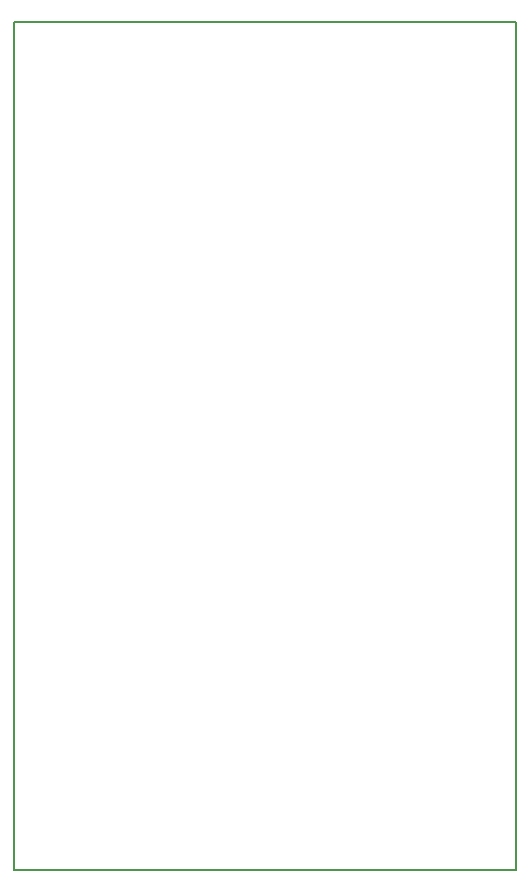
<source format=gko>
G04 #@! TF.FileFunction,Profile,NP*
%FSLAX46Y46*%
G04 Gerber Fmt 4.6, Leading zero omitted, Abs format (unit mm)*
G04 Created by KiCad (PCBNEW 4.0.2-stable) date Sunday, 04 December 2016 'pmt' 11:35:44 pm*
%MOMM*%
G01*
G04 APERTURE LIST*
%ADD10C,0.100000*%
%ADD11C,0.200000*%
G04 APERTURE END LIST*
D10*
D11*
X137160000Y-135255000D02*
X138430000Y-135255000D01*
X137160000Y-63500000D02*
X137160000Y-135255000D01*
X179705000Y-135255000D02*
X178435000Y-135255000D01*
X179705000Y-63500000D02*
X179705000Y-135255000D01*
X178435000Y-63500000D02*
X179705000Y-63500000D01*
X178435000Y-63500000D02*
X177800000Y-63500000D01*
X137795000Y-135255000D02*
X178435000Y-135255000D01*
X177800000Y-63500000D02*
X137160000Y-63500000D01*
M02*

</source>
